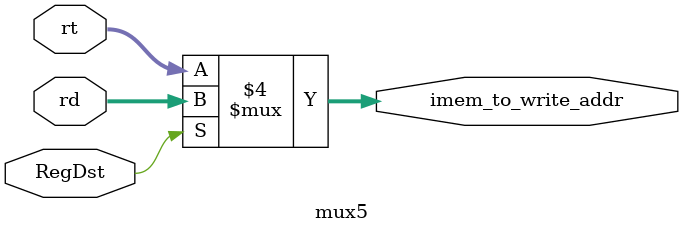
<source format=v>

module mux5(
    input wire [4:0] rt, rd,
    input wire RegDst,
    output reg [4:0] imem_to_write_addr
);
    always @* begin
        if (RegDst == 1'b1)
            imem_to_write_addr = rd;
        else
            imem_to_write_addr = rt;
    end
endmodule
//mux 5 bits
</source>
